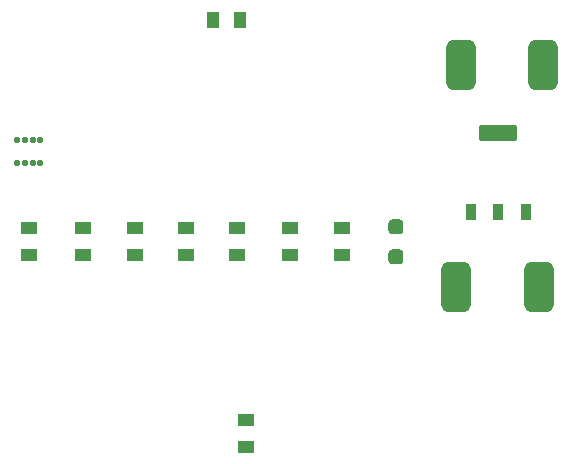
<source format=gtp>
G04*
G04 #@! TF.GenerationSoftware,Altium Limited,Altium Designer,19.0.15 (446)*
G04*
G04 Layer_Color=8421504*
%FSTAX24Y24*%
%MOIN*%
G70*
G01*
G75*
G04:AMPARAMS|DCode=19|XSize=98.4mil|YSize=169.3mil|CornerRadius=24.6mil|HoleSize=0mil|Usage=FLASHONLY|Rotation=180.000|XOffset=0mil|YOffset=0mil|HoleType=Round|Shape=RoundedRectangle|*
%AMROUNDEDRECTD19*
21,1,0.0984,0.1201,0,0,180.0*
21,1,0.0492,0.1693,0,0,180.0*
1,1,0.0492,-0.0246,0.0600*
1,1,0.0492,0.0246,0.0600*
1,1,0.0492,0.0246,-0.0600*
1,1,0.0492,-0.0246,-0.0600*
%
%ADD19ROUNDEDRECTD19*%
G04:AMPARAMS|DCode=20|XSize=36.6mil|YSize=51.6mil|CornerRadius=2.7mil|HoleSize=0mil|Usage=FLASHONLY|Rotation=0.000|XOffset=0mil|YOffset=0mil|HoleType=Round|Shape=RoundedRectangle|*
%AMROUNDEDRECTD20*
21,1,0.0366,0.0461,0,0,0.0*
21,1,0.0311,0.0516,0,0,0.0*
1,1,0.0055,0.0156,-0.0230*
1,1,0.0055,-0.0156,-0.0230*
1,1,0.0055,-0.0156,0.0230*
1,1,0.0055,0.0156,0.0230*
%
%ADD20ROUNDEDRECTD20*%
G04:AMPARAMS|DCode=21|XSize=127.6mil|YSize=51.6mil|CornerRadius=3.9mil|HoleSize=0mil|Usage=FLASHONLY|Rotation=0.000|XOffset=0mil|YOffset=0mil|HoleType=Round|Shape=RoundedRectangle|*
%AMROUNDEDRECTD21*
21,1,0.1276,0.0438,0,0,0.0*
21,1,0.1198,0.0516,0,0,0.0*
1,1,0.0077,0.0599,-0.0219*
1,1,0.0077,-0.0599,-0.0219*
1,1,0.0077,-0.0599,0.0219*
1,1,0.0077,0.0599,0.0219*
%
%ADD21ROUNDEDRECTD21*%
%ADD22R,0.0550X0.0394*%
G04:AMPARAMS|DCode=23|XSize=50mil|YSize=50mil|CornerRadius=12.5mil|HoleSize=0mil|Usage=FLASHONLY|Rotation=270.000|XOffset=0mil|YOffset=0mil|HoleType=Round|Shape=RoundedRectangle|*
%AMROUNDEDRECTD23*
21,1,0.0500,0.0250,0,0,270.0*
21,1,0.0250,0.0500,0,0,270.0*
1,1,0.0250,-0.0125,-0.0125*
1,1,0.0250,-0.0125,0.0125*
1,1,0.0250,0.0125,0.0125*
1,1,0.0250,0.0125,-0.0125*
%
%ADD23ROUNDEDRECTD23*%
%ADD24R,0.0394X0.0550*%
G04:AMPARAMS|DCode=25|XSize=19.3mil|YSize=17.7mil|CornerRadius=2.2mil|HoleSize=0mil|Usage=FLASHONLY|Rotation=270.000|XOffset=0mil|YOffset=0mil|HoleType=Round|Shape=RoundedRectangle|*
%AMROUNDEDRECTD25*
21,1,0.0193,0.0133,0,0,270.0*
21,1,0.0149,0.0177,0,0,270.0*
1,1,0.0044,-0.0066,-0.0074*
1,1,0.0044,-0.0066,0.0074*
1,1,0.0044,0.0066,0.0074*
1,1,0.0044,0.0066,-0.0074*
%
%ADD25ROUNDEDRECTD25*%
D19*
X02805Y0337D02*
D03*
X0308Y0337D02*
D03*
X0279Y0263D02*
D03*
X03065Y0263D02*
D03*
D20*
X028398Y028783D02*
D03*
X0293D02*
D03*
X030202D02*
D03*
D21*
X0293Y031417D02*
D03*
D22*
X0209Y02095D02*
D03*
Y02185D02*
D03*
X0241Y02735D02*
D03*
Y02825D02*
D03*
X02235Y02735D02*
D03*
Y02825D02*
D03*
X0172Y02735D02*
D03*
Y02825D02*
D03*
X0206Y02735D02*
D03*
Y02825D02*
D03*
X01365Y02825D02*
D03*
Y02735D02*
D03*
X01545Y02825D02*
D03*
Y02735D02*
D03*
X0189Y02735D02*
D03*
Y02825D02*
D03*
D23*
X0259Y0283D02*
D03*
Y0273D02*
D03*
D24*
X0198Y0352D02*
D03*
X0207D02*
D03*
D25*
X013266Y031182D02*
D03*
X014034D02*
D03*
X013778D02*
D03*
X013522D02*
D03*
X013266Y030418D02*
D03*
X014034D02*
D03*
X013778D02*
D03*
X013522D02*
D03*
M02*

</source>
